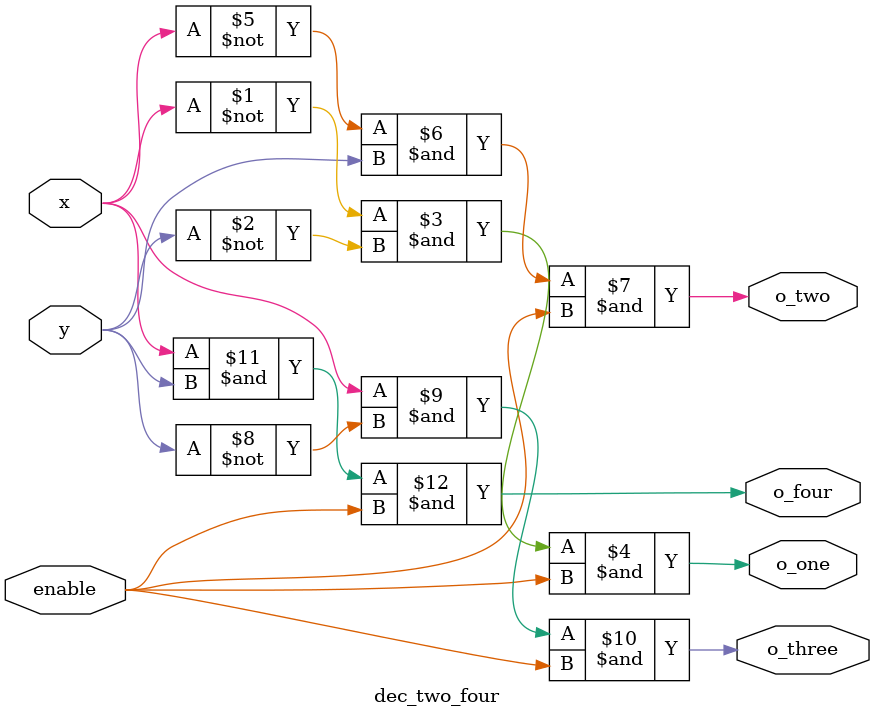
<source format=v>
`timescale 1ns / 1ps


module dec_two_four(x, y, enable, o_one, o_two, o_three, o_four);
    input x, y, enable;
    output o_one, o_two, o_three, o_four;
    
    wire enable;
    
    assign o_one = (~x & ~y & enable);
    assign o_two = (~x & y & enable);
    assign o_three = (x & ~y & enable);
    assign o_four = (x & y & enable);
endmodule

</source>
